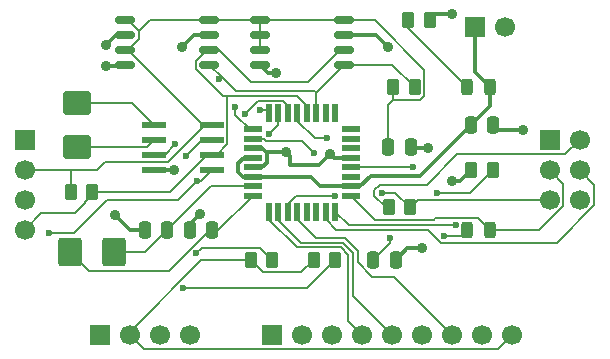
<source format=gtl>
%TF.GenerationSoftware,KiCad,Pcbnew,9.0.6-9.0.6~ubuntu24.04.1*%
%TF.CreationDate,2025-12-02T23:55:24-06:00*%
%TF.ProjectId,mcu_datalogger,6d63755f-6461-4746-916c-6f676765722e,v1*%
%TF.SameCoordinates,Original*%
%TF.FileFunction,Copper,L1,Top*%
%TF.FilePolarity,Positive*%
%FSLAX46Y46*%
G04 Gerber Fmt 4.6, Leading zero omitted, Abs format (unit mm)*
G04 Created by KiCad (PCBNEW 9.0.6-9.0.6~ubuntu24.04.1) date 2025-12-02 23:55:24*
%MOMM*%
%LPD*%
G01*
G04 APERTURE LIST*
G04 Aperture macros list*
%AMRoundRect*
0 Rectangle with rounded corners*
0 $1 Rounding radius*
0 $2 $3 $4 $5 $6 $7 $8 $9 X,Y pos of 4 corners*
0 Add a 4 corners polygon primitive as box body*
4,1,4,$2,$3,$4,$5,$6,$7,$8,$9,$2,$3,0*
0 Add four circle primitives for the rounded corners*
1,1,$1+$1,$2,$3*
1,1,$1+$1,$4,$5*
1,1,$1+$1,$6,$7*
1,1,$1+$1,$8,$9*
0 Add four rect primitives between the rounded corners*
20,1,$1+$1,$2,$3,$4,$5,0*
20,1,$1+$1,$4,$5,$6,$7,0*
20,1,$1+$1,$6,$7,$8,$9,0*
20,1,$1+$1,$8,$9,$2,$3,0*%
G04 Aperture macros list end*
%TA.AperFunction,SMDPad,CuDef*%
%ADD10RoundRect,0.250000X-0.750000X-0.950000X0.750000X-0.950000X0.750000X0.950000X-0.750000X0.950000X0*%
%TD*%
%TA.AperFunction,SMDPad,CuDef*%
%ADD11RoundRect,0.250000X-0.262500X-0.450000X0.262500X-0.450000X0.262500X0.450000X-0.262500X0.450000X0*%
%TD*%
%TA.AperFunction,ComponentPad*%
%ADD12R,1.700000X1.700000*%
%TD*%
%TA.AperFunction,ComponentPad*%
%ADD13C,1.700000*%
%TD*%
%TA.AperFunction,SMDPad,CuDef*%
%ADD14RoundRect,0.250000X-0.250000X-0.475000X0.250000X-0.475000X0.250000X0.475000X-0.250000X0.475000X0*%
%TD*%
%TA.AperFunction,SMDPad,CuDef*%
%ADD15RoundRect,0.250000X0.950000X-0.750000X0.950000X0.750000X-0.950000X0.750000X-0.950000X-0.750000X0*%
%TD*%
%TA.AperFunction,SMDPad,CuDef*%
%ADD16RoundRect,0.243750X-0.243750X-0.456250X0.243750X-0.456250X0.243750X0.456250X-0.243750X0.456250X0*%
%TD*%
%TA.AperFunction,SMDPad,CuDef*%
%ADD17RoundRect,0.162500X-0.650000X-0.162500X0.650000X-0.162500X0.650000X0.162500X-0.650000X0.162500X0*%
%TD*%
%TA.AperFunction,SMDPad,CuDef*%
%ADD18RoundRect,0.073750X-0.911250X-0.221250X0.911250X-0.221250X0.911250X0.221250X-0.911250X0.221250X0*%
%TD*%
%TA.AperFunction,SMDPad,CuDef*%
%ADD19RoundRect,0.068750X-0.666250X-0.206250X0.666250X-0.206250X0.666250X0.206250X-0.666250X0.206250X0*%
%TD*%
%TA.AperFunction,SMDPad,CuDef*%
%ADD20RoundRect,0.068750X-0.206250X-0.666250X0.206250X-0.666250X0.206250X0.666250X-0.206250X0.666250X0*%
%TD*%
%TA.AperFunction,ViaPad*%
%ADD21C,0.600000*%
%TD*%
%TA.AperFunction,ViaPad*%
%ADD22C,0.900000*%
%TD*%
%TA.AperFunction,Conductor*%
%ADD23C,0.350000*%
%TD*%
%TA.AperFunction,Conductor*%
%ADD24C,0.200000*%
%TD*%
G04 APERTURE END LIST*
D10*
%TO.P,Y1,1,1*%
%TO.N,Net-(U4-PB7)*%
X69270000Y-66040000D03*
%TO.P,Y1,2,2*%
%TO.N,Net-(U4-PB6)*%
X72970000Y-66040000D03*
%TD*%
D11*
%TO.P,R6,1*%
%TO.N,/Vcc*%
X84535000Y-66675000D03*
%TO.P,R6,2*%
%TO.N,Net-(U3-SQW{slash}~INT)*%
X86360000Y-66675000D03*
%TD*%
D12*
%TO.P,BT1,1,+*%
%TO.N,VCC*%
X103505000Y-46990000D03*
D13*
%TO.P,BT1,2,-*%
%TO.N,GND*%
X106045000Y-46990000D03*
%TD*%
D14*
%TO.P,C1,1*%
%TO.N,GND*%
X79375000Y-64135000D03*
%TO.P,C1,2*%
%TO.N,Net-(U4-PB7)*%
X81275000Y-64135000D03*
%TD*%
D12*
%TO.P,J4,1,Pin_1*%
%TO.N,/MISO*%
X109855000Y-56515000D03*
D13*
%TO.P,J4,2,Pin_2*%
%TO.N,/Vcc*%
X112395000Y-56515000D03*
%TO.P,J4,3,Pin_3*%
%TO.N,/SCK*%
X109855000Y-59055000D03*
%TO.P,J4,4,Pin_4*%
%TO.N,/MOSI*%
X112395000Y-59055000D03*
%TO.P,J4,5,Pin_5*%
%TO.N,/RESET*%
X109855000Y-61595000D03*
%TO.P,J4,6,Pin_6*%
%TO.N,GND*%
X112395000Y-61595000D03*
%TD*%
D12*
%TO.P,J3,1,Pin_1*%
%TO.N,/D2*%
X86360000Y-73025000D03*
D13*
%TO.P,J3,2,Pin_2*%
%TO.N,/D3*%
X88900000Y-73025000D03*
%TO.P,J3,3,Pin_3*%
%TO.N,/D4*%
X91440000Y-73025000D03*
%TO.P,J3,4,Pin_4*%
%TO.N,/D5*%
X93980000Y-73025000D03*
%TO.P,J3,5,Pin_5*%
%TO.N,/D6*%
X96520000Y-73025000D03*
%TO.P,J3,6,Pin_6*%
%TO.N,/D7*%
X99060000Y-73025000D03*
%TO.P,J3,7,Pin_7*%
%TO.N,/D8*%
X101600000Y-73025000D03*
%TO.P,J3,8,Pin_8*%
%TO.N,GND*%
X104140000Y-73025000D03*
%TO.P,J3,9,Pin_9*%
%TO.N,/Vcc*%
X106680000Y-73025000D03*
%TD*%
D14*
%TO.P,C3,1*%
%TO.N,/Vcc*%
X96205000Y-57150000D03*
%TO.P,C3,2*%
%TO.N,GND*%
X98105000Y-57150000D03*
%TD*%
D11*
%TO.P,R5,1*%
%TO.N,/Vcc*%
X69295000Y-60960000D03*
%TO.P,R5,2*%
%TO.N,/SCL*%
X71120000Y-60960000D03*
%TD*%
D15*
%TO.P,Y2,1,1*%
%TO.N,Net-(U3-X2)*%
X69850000Y-57095000D03*
%TO.P,Y2,2,2*%
%TO.N,Net-(U3-X1)*%
X69850000Y-53395000D03*
%TD*%
D11*
%TO.P,R2,1*%
%TO.N,GND*%
X103227500Y-59055000D03*
%TO.P,R2,2*%
%TO.N,Net-(D1-K)*%
X105052500Y-59055000D03*
%TD*%
D16*
%TO.P,D1,1,K*%
%TO.N,Net-(D1-K)*%
X102900000Y-64135000D03*
%TO.P,D1,2,A*%
%TO.N,/SCK*%
X104775000Y-64135000D03*
%TD*%
D17*
%TO.P,U2,1,A0*%
%TO.N,/Vcc*%
X73882500Y-46355000D03*
%TO.P,U2,2,A1*%
%TO.N,GND*%
X73882500Y-47625000D03*
%TO.P,U2,3,A2*%
%TO.N,/Vcc*%
X73882500Y-48895000D03*
%TO.P,U2,4,GND*%
%TO.N,GND*%
X73882500Y-50165000D03*
%TO.P,U2,5,SDA*%
%TO.N,/SDA*%
X81057500Y-50165000D03*
%TO.P,U2,6,SCL*%
%TO.N,/SCL*%
X81057500Y-48895000D03*
%TO.P,U2,7,WP*%
%TO.N,GND*%
X81057500Y-47625000D03*
%TO.P,U2,8,VCC*%
%TO.N,/Vcc*%
X81057500Y-46355000D03*
%TD*%
%TO.P,U1,1,A0*%
%TO.N,/Vcc*%
X85312500Y-46355000D03*
%TO.P,U1,2,A1*%
X85312500Y-47625000D03*
%TO.P,U1,3,A2*%
X85312500Y-48895000D03*
%TO.P,U1,4,GND*%
%TO.N,GND*%
X85312500Y-50165000D03*
%TO.P,U1,5,SDA*%
%TO.N,/SDA*%
X92487500Y-50165000D03*
%TO.P,U1,6,SCL*%
%TO.N,/SCL*%
X92487500Y-48895000D03*
%TO.P,U1,7,WP*%
%TO.N,GND*%
X92487500Y-47625000D03*
%TO.P,U1,8,VCC*%
%TO.N,/Vcc*%
X92487500Y-46355000D03*
%TD*%
D18*
%TO.P,U3,1,X1*%
%TO.N,Net-(U3-X1)*%
X76330000Y-55245000D03*
%TO.P,U3,2,X2*%
%TO.N,Net-(U3-X2)*%
X76330000Y-56515000D03*
%TO.P,U3,3,~{INTA}*%
%TO.N,Net-(U3-~{INTA})*%
X76330000Y-57785000D03*
%TO.P,U3,4,GND*%
%TO.N,GND*%
X76330000Y-59055000D03*
%TO.P,U3,5,SDA*%
%TO.N,/SDA*%
X81280000Y-59055000D03*
%TO.P,U3,6,SCL*%
%TO.N,/SCL*%
X81280000Y-57785000D03*
%TO.P,U3,7,SQW/~INT*%
%TO.N,Net-(U3-SQW{slash}~INT)*%
X81280000Y-56515000D03*
%TO.P,U3,8,VCC*%
%TO.N,/Vcc*%
X81280000Y-55245000D03*
%TD*%
D14*
%TO.P,C2,1*%
%TO.N,GND*%
X75565000Y-64135000D03*
%TO.P,C2,2*%
%TO.N,Net-(U4-PB6)*%
X77465000Y-64135000D03*
%TD*%
D16*
%TO.P,D2,1,K*%
%TO.N,Net-(D2-K)*%
X102900000Y-52070000D03*
%TO.P,D2,2,A*%
%TO.N,VCC*%
X104775000Y-52070000D03*
%TD*%
D11*
%TO.P,R4,1*%
%TO.N,/Vcc*%
X96600000Y-52070000D03*
%TO.P,R4,2*%
%TO.N,/SDA*%
X98425000Y-52070000D03*
%TD*%
%TO.P,R1,1*%
%TO.N,Net-(D2-K)*%
X97870000Y-46355000D03*
%TO.P,R1,2*%
%TO.N,GND*%
X99695000Y-46355000D03*
%TD*%
D12*
%TO.P,J2,1,Pin_1*%
%TO.N,GND*%
X71755000Y-73025000D03*
D13*
%TO.P,J2,2,Pin_2*%
%TO.N,/Vcc*%
X74295000Y-73025000D03*
%TO.P,J2,3,Pin_3*%
%TO.N,/RX*%
X76835000Y-73025000D03*
%TO.P,J2,4,Pin_4*%
%TO.N,/TX*%
X79375000Y-73025000D03*
%TD*%
D11*
%TO.P,R3,1*%
%TO.N,/Vcc*%
X96242500Y-62230000D03*
%TO.P,R3,2*%
%TO.N,/RESET*%
X98067500Y-62230000D03*
%TD*%
D19*
%TO.P,U4,1,PD3*%
%TO.N,/D3*%
X84730000Y-55620000D03*
%TO.P,U4,2,PD4*%
%TO.N,/D4*%
X84730000Y-56420000D03*
%TO.P,U4,3,GND*%
%TO.N,GND*%
X84730000Y-57220000D03*
%TO.P,U4,4,VCC*%
%TO.N,VCC*%
X84730000Y-58020000D03*
%TO.P,U4,5,GND*%
%TO.N,GND*%
X84730000Y-58820000D03*
%TO.P,U4,6,VCC*%
%TO.N,VCC*%
X84730000Y-59620000D03*
%TO.P,U4,7,PB6*%
%TO.N,Net-(U4-PB6)*%
X84730000Y-60420000D03*
%TO.P,U4,8,PB7*%
%TO.N,Net-(U4-PB7)*%
X84730000Y-61220000D03*
D20*
%TO.P,U4,9,PD5*%
%TO.N,/D5*%
X86100000Y-62590000D03*
%TO.P,U4,10,PD6*%
%TO.N,/D6*%
X86900000Y-62590000D03*
%TO.P,U4,11,PD7*%
%TO.N,/D7*%
X87700000Y-62590000D03*
%TO.P,U4,12,PB0*%
%TO.N,/D8*%
X88500000Y-62590000D03*
%TO.P,U4,13,PB1*%
%TO.N,unconnected-(U4-PB1-Pad13)*%
X89300000Y-62590000D03*
%TO.P,U4,14,PB2*%
%TO.N,unconnected-(U4-PB2-Pad14)*%
X90100000Y-62590000D03*
%TO.P,U4,15,PB3*%
%TO.N,/MOSI*%
X90900000Y-62590000D03*
%TO.P,U4,16,PB4*%
%TO.N,/MISO*%
X91700000Y-62590000D03*
D19*
%TO.P,U4,17,PB5*%
%TO.N,/SCK*%
X93070000Y-61220000D03*
%TO.P,U4,18,AVCC*%
%TO.N,VCC*%
X93070000Y-60420000D03*
%TO.P,U4,19,ADC6*%
%TO.N,unconnected-(U4-ADC6-Pad19)*%
X93070000Y-59620000D03*
%TO.P,U4,20,AREF*%
%TO.N,Net-(U4-AREF)*%
X93070000Y-58820000D03*
%TO.P,U4,21,GND*%
%TO.N,GND*%
X93070000Y-58020000D03*
%TO.P,U4,22,ADC7*%
%TO.N,unconnected-(U4-ADC7-Pad22)*%
X93070000Y-57220000D03*
%TO.P,U4,23,PC0*%
%TO.N,unconnected-(U4-PC0-Pad23)*%
X93070000Y-56420000D03*
%TO.P,U4,24,PC1*%
%TO.N,unconnected-(U4-PC1-Pad24)*%
X93070000Y-55620000D03*
D20*
%TO.P,U4,25,PC2*%
%TO.N,unconnected-(U4-PC2-Pad25)*%
X91700000Y-54250000D03*
%TO.P,U4,26,PC3*%
%TO.N,unconnected-(U4-PC3-Pad26)*%
X90900000Y-54250000D03*
%TO.P,U4,27,PC4*%
%TO.N,/SDA*%
X90100000Y-54250000D03*
%TO.P,U4,28,PC5*%
%TO.N,/SCL*%
X89300000Y-54250000D03*
%TO.P,U4,29,PC6/~{RESET}*%
%TO.N,/RESET*%
X88500000Y-54250000D03*
%TO.P,U4,30,PD0*%
%TO.N,/RX*%
X87700000Y-54250000D03*
%TO.P,U4,31,PD1*%
%TO.N,/TX*%
X86900000Y-54250000D03*
%TO.P,U4,32,PD2*%
%TO.N,/D2*%
X86100000Y-54250000D03*
%TD*%
D14*
%TO.P,C4,1*%
%TO.N,Net-(U4-AREF)*%
X94935000Y-66675000D03*
%TO.P,C4,2*%
%TO.N,GND*%
X96835000Y-66675000D03*
%TD*%
%TO.P,C5,1*%
%TO.N,VCC*%
X103190000Y-55245000D03*
%TO.P,C5,2*%
%TO.N,GND*%
X105090000Y-55245000D03*
%TD*%
D11*
%TO.P,R7,1*%
%TO.N,/Vcc*%
X89892500Y-66675000D03*
%TO.P,R7,2*%
%TO.N,Net-(U3-~{INTA})*%
X91717500Y-66675000D03*
%TD*%
D12*
%TO.P,J1,1,Pin_1*%
%TO.N,GND*%
X65405000Y-56515000D03*
D13*
%TO.P,J1,2,Pin_2*%
%TO.N,/Vcc*%
X65405000Y-59055000D03*
%TO.P,J1,3,Pin_3*%
%TO.N,/SDA*%
X65405000Y-61595000D03*
%TO.P,J1,4,Pin_4*%
%TO.N,/SCL*%
X65405000Y-64135000D03*
%TD*%
D21*
%TO.N,Net-(U3-~{INTA})*%
X78846400Y-69061200D03*
X78168900Y-56892200D03*
%TO.N,Net-(U3-SQW{slash}~INT)*%
X79934300Y-66115400D03*
X79110700Y-57863600D03*
%TO.N,/MISO*%
X101901400Y-63724000D03*
%TO.N,/RESET*%
X91052000Y-56364300D03*
X95660300Y-60969600D03*
%TO.N,/D4*%
X89871600Y-57579700D03*
%TO.N,/D3*%
X83251500Y-53703300D03*
%TO.N,/D2*%
X85320100Y-53984400D03*
%TO.N,/D7*%
X91668800Y-61268500D03*
%TO.N,/TX*%
X86131900Y-56028300D03*
%TO.N,/RX*%
X84078400Y-54325200D03*
%TO.N,/SDA*%
X81907700Y-51349600D03*
X79965700Y-60007000D03*
X67438700Y-64382200D03*
%TO.N,Net-(D1-K)*%
X100300100Y-60989200D03*
X100904400Y-64610900D03*
%TO.N,Net-(U4-AREF)*%
X96379400Y-64800100D03*
X98319200Y-58810800D03*
D22*
%TO.N,GND*%
X96142900Y-48619400D03*
X78761500Y-48619400D03*
X107643500Y-55700800D03*
X78044600Y-59025100D03*
X86698500Y-50830300D03*
X101571600Y-45828000D03*
X99039800Y-65700800D03*
X101601100Y-60007000D03*
X72294300Y-50266700D03*
X99547100Y-57160100D03*
X73024800Y-62853900D03*
X91289300Y-57697300D03*
X72294300Y-48506300D03*
X80260400Y-62783200D03*
X87564500Y-57551800D03*
%TD*%
D23*
%TO.N,GND*%
X90338000Y-58648600D02*
X87884000Y-58648600D01*
X91289300Y-57697300D02*
X90338000Y-58648600D01*
X87884000Y-58648600D02*
X87884000Y-57871300D01*
X87884000Y-57871300D02*
X87564500Y-57551800D01*
D24*
%TO.N,/SCL*%
X92121200Y-48895000D02*
X92487500Y-48895000D01*
X89383100Y-51633100D02*
X92121200Y-48895000D01*
X84582300Y-51633100D02*
X89383100Y-51633100D01*
X81844200Y-48895000D02*
X84582300Y-51633100D01*
X81057500Y-48895000D02*
X81844200Y-48895000D01*
X82163400Y-52807300D02*
X82567000Y-52807300D01*
X79896000Y-50539900D02*
X82163400Y-52807300D01*
X79896000Y-49843000D02*
X79896000Y-50539900D01*
X80844000Y-48895000D02*
X79896000Y-49843000D01*
X81057500Y-48895000D02*
X80844000Y-48895000D01*
X82567000Y-56891900D02*
X82567000Y-52807300D01*
X81673900Y-57785000D02*
X82567000Y-56891900D01*
X81280000Y-57785000D02*
X81673900Y-57785000D01*
X89300000Y-53601500D02*
X89300000Y-54250000D01*
X88505800Y-52807300D02*
X89300000Y-53601500D01*
X82567000Y-52807300D02*
X88505800Y-52807300D01*
X71120000Y-60960000D02*
X73157400Y-60960000D01*
X66832000Y-62708000D02*
X65405000Y-64135000D01*
X69635300Y-62708000D02*
X66832000Y-62708000D01*
X70503700Y-61839600D02*
X69635300Y-62708000D01*
X70503700Y-61762700D02*
X70503700Y-61839600D01*
X71306400Y-60960000D02*
X70503700Y-61762700D01*
X73157400Y-60960000D02*
X71306400Y-60960000D01*
X77711100Y-60960000D02*
X73157400Y-60960000D01*
X80886100Y-57785000D02*
X77711100Y-60960000D01*
X81280000Y-57785000D02*
X80886100Y-57785000D01*
%TO.N,Net-(U3-X2)*%
X75750000Y-57095000D02*
X76330000Y-56515000D01*
X69850000Y-57095000D02*
X75750000Y-57095000D01*
%TO.N,Net-(U3-X1)*%
X74480000Y-53395000D02*
X76330000Y-55245000D01*
X69850000Y-53395000D02*
X74480000Y-53395000D01*
%TO.N,Net-(U3-~{INTA})*%
X77276100Y-57785000D02*
X76330000Y-57785000D01*
X78168900Y-56892200D02*
X77276100Y-57785000D01*
X89331300Y-69061200D02*
X78846400Y-69061200D01*
X91717500Y-66675000D02*
X89331300Y-69061200D01*
%TO.N,Net-(U3-SQW{slash}~INT)*%
X80405900Y-65643800D02*
X79934300Y-66115400D01*
X85328800Y-65643800D02*
X80405900Y-65643800D01*
X86360000Y-66675000D02*
X85328800Y-65643800D01*
X80459300Y-56515000D02*
X81280000Y-56515000D01*
X79110700Y-57863600D02*
X80459300Y-56515000D01*
%TO.N,/MISO*%
X92834000Y-63724000D02*
X101901400Y-63724000D01*
X91700000Y-62590000D02*
X92834000Y-63724000D01*
%TO.N,/RESET*%
X98702500Y-61595000D02*
X98067500Y-62230000D01*
X109855000Y-61595000D02*
X98702500Y-61595000D01*
X89953500Y-56364300D02*
X91052000Y-56364300D01*
X88500000Y-54910800D02*
X89953500Y-56364300D01*
X88500000Y-54250000D02*
X88500000Y-54910800D01*
X96807100Y-60969600D02*
X95660300Y-60969600D01*
X98067500Y-62230000D02*
X96807100Y-60969600D01*
%TO.N,/MOSI*%
X113651100Y-60311100D02*
X112395000Y-59055000D01*
X113651100Y-62061100D02*
X113651100Y-60311100D01*
X110499600Y-65212600D02*
X113651100Y-62061100D01*
X100655300Y-65212600D02*
X110499600Y-65212600D01*
X99591300Y-64148600D02*
X100655300Y-65212600D01*
X91814200Y-64148600D02*
X99591300Y-64148600D01*
X90900000Y-63234400D02*
X91814200Y-64148600D01*
X90900000Y-62590000D02*
X90900000Y-63234400D01*
%TO.N,/D4*%
X88921900Y-56630000D02*
X89871600Y-57579700D01*
X85882800Y-56630000D02*
X88921900Y-56630000D01*
X85672800Y-56420000D02*
X85882800Y-56630000D01*
X84730000Y-56420000D02*
X85672800Y-56420000D01*
%TO.N,/D3*%
X83251500Y-54383100D02*
X83251500Y-53703300D01*
X84488400Y-55620000D02*
X83251500Y-54383100D01*
X84730000Y-55620000D02*
X84488400Y-55620000D01*
%TO.N,/D5*%
X86100000Y-63270100D02*
X86100000Y-62590000D01*
X88434000Y-65604100D02*
X86100000Y-63270100D01*
X92162400Y-65604100D02*
X88434000Y-65604100D01*
X92801700Y-66243400D02*
X92162400Y-65604100D01*
X92801700Y-71846700D02*
X92801700Y-66243400D01*
X93980000Y-73025000D02*
X92801700Y-71846700D01*
%TO.N,/D2*%
X85834400Y-53984400D02*
X85320100Y-53984400D01*
X86100000Y-54250000D02*
X85834400Y-53984400D01*
%TO.N,/D6*%
X86900000Y-63262300D02*
X86900000Y-62590000D01*
X88840100Y-65202400D02*
X86900000Y-63262300D01*
X92328700Y-65202400D02*
X88840100Y-65202400D01*
X93203400Y-66077100D02*
X92328700Y-65202400D01*
X93203400Y-69708400D02*
X93203400Y-66077100D01*
X96520000Y-73025000D02*
X93203400Y-69708400D01*
%TO.N,/D8*%
X88500000Y-63195700D02*
X88500000Y-62590000D01*
X90105000Y-64800700D02*
X88500000Y-63195700D01*
X92495000Y-64800700D02*
X90105000Y-64800700D01*
X93605100Y-65910800D02*
X92495000Y-64800700D01*
X93605100Y-66857100D02*
X93605100Y-65910800D01*
X94831900Y-68083900D02*
X93605100Y-66857100D01*
X96658900Y-68083900D02*
X94831900Y-68083900D01*
X101600000Y-73025000D02*
X96658900Y-68083900D01*
%TO.N,/D7*%
X87700000Y-61917300D02*
X87700000Y-62590000D01*
X88348800Y-61268500D02*
X87700000Y-61917300D01*
X91668800Y-61268500D02*
X88348800Y-61268500D01*
%TO.N,/TX*%
X86900000Y-55260200D02*
X86900000Y-54250000D01*
X86131900Y-56028300D02*
X86900000Y-55260200D01*
%TO.N,/RX*%
X85194600Y-53209000D02*
X84078400Y-54325200D01*
X87255700Y-53209000D02*
X85194600Y-53209000D01*
X87700000Y-53653300D02*
X87255700Y-53209000D01*
X87700000Y-54250000D02*
X87700000Y-53653300D01*
%TO.N,/SDA*%
X96520000Y-50165000D02*
X92487500Y-50165000D01*
X98425000Y-52070000D02*
X96520000Y-50165000D01*
X90100000Y-54250000D02*
X90100000Y-52552500D01*
X90100000Y-52552500D02*
X92487500Y-50165000D01*
X81972000Y-51285300D02*
X81907700Y-51349600D01*
X82177800Y-51285300D02*
X81972000Y-51285300D01*
X83298100Y-52405600D02*
X82177800Y-51285300D01*
X89953100Y-52405600D02*
X83298100Y-52405600D01*
X90100000Y-52552500D02*
X89953100Y-52405600D01*
X82177800Y-51285300D02*
X81057500Y-50165000D01*
X80328000Y-60007000D02*
X81280000Y-59055000D01*
X79965700Y-60007000D02*
X80328000Y-60007000D01*
X78407300Y-61565400D02*
X79965700Y-60007000D01*
X72415200Y-61565400D02*
X78407300Y-61565400D01*
X69598400Y-64382200D02*
X72415200Y-61565400D01*
X67438700Y-64382200D02*
X69598400Y-64382200D01*
%TO.N,Net-(D2-K)*%
X97870000Y-47040000D02*
X97870000Y-46355000D01*
X102900000Y-52070000D02*
X97870000Y-47040000D01*
%TO.N,/SCK*%
X111014600Y-60214600D02*
X109855000Y-59055000D01*
X111014600Y-62075300D02*
X111014600Y-60214600D01*
X108954900Y-64135000D02*
X111014600Y-62075300D01*
X104775000Y-64135000D02*
X108954900Y-64135000D01*
X95105500Y-63255500D02*
X93070000Y-61220000D01*
X100059300Y-63255500D02*
X95105500Y-63255500D01*
X100192500Y-63122300D02*
X100059300Y-63255500D01*
X103762300Y-63122300D02*
X100192500Y-63122300D01*
X104775000Y-64135000D02*
X103762300Y-63122300D01*
%TO.N,Net-(D1-K)*%
X102424100Y-64610900D02*
X102900000Y-64135000D01*
X100904400Y-64610900D02*
X102424100Y-64610900D01*
X103118300Y-60989200D02*
X100300100Y-60989200D01*
X105052500Y-59055000D02*
X103118300Y-60989200D01*
%TO.N,Net-(U4-AREF)*%
X96379400Y-65230600D02*
X96379400Y-64800100D01*
X94935000Y-66675000D02*
X96379400Y-65230600D01*
X93079200Y-58810800D02*
X93070000Y-58820000D01*
X98319200Y-58810800D02*
X93079200Y-58810800D01*
%TO.N,/Vcc*%
X85312500Y-48895000D02*
X85312500Y-47625000D01*
X85312500Y-47625000D02*
X85312500Y-46355000D01*
X85312500Y-46355000D02*
X92487500Y-46355000D01*
X69295000Y-59055000D02*
X69295000Y-60960000D01*
X69295000Y-59055000D02*
X65405000Y-59055000D01*
X74295000Y-72761800D02*
X74295000Y-73025000D01*
X80381800Y-66675000D02*
X74295000Y-72761800D01*
X84535000Y-66675000D02*
X80381800Y-66675000D01*
X85583200Y-67723200D02*
X84535000Y-66675000D01*
X88844300Y-67723200D02*
X85583200Y-67723200D01*
X89892500Y-66675000D02*
X88844300Y-67723200D01*
X73882500Y-48895000D02*
X74157500Y-48895000D01*
X71533200Y-59055000D02*
X69295000Y-59055000D01*
X72192100Y-58396100D02*
X71533200Y-59055000D01*
X77537900Y-58396100D02*
X72192100Y-58396100D01*
X80598300Y-55335700D02*
X77537900Y-58396100D01*
X85312500Y-46355000D02*
X81057500Y-46355000D01*
X75987300Y-46355000D02*
X75093800Y-47248500D01*
X81057500Y-46355000D02*
X75987300Y-46355000D01*
X75093800Y-47958700D02*
X75093800Y-47248500D01*
X74157500Y-48895000D02*
X75093800Y-47958700D01*
X74200300Y-46355000D02*
X73882500Y-46355000D01*
X75093800Y-47248500D02*
X74200300Y-46355000D01*
X96600000Y-53122400D02*
X96600000Y-52070000D01*
X96205000Y-53517400D02*
X96600000Y-53122400D01*
X96205000Y-57150000D02*
X96205000Y-53517400D01*
X95037200Y-46355000D02*
X92487500Y-46355000D01*
X99250600Y-50568400D02*
X95037200Y-46355000D01*
X99250600Y-52769700D02*
X99250600Y-50568400D01*
X98897900Y-53122400D02*
X99250600Y-52769700D01*
X96600000Y-53122400D02*
X98897900Y-53122400D01*
X80598300Y-55335700D02*
X74157500Y-48895000D01*
X80689000Y-55245000D02*
X80598300Y-55335700D01*
X81280000Y-55245000D02*
X80689000Y-55245000D01*
X75506100Y-74236100D02*
X74295000Y-73025000D01*
X105468900Y-74236100D02*
X75506100Y-74236100D01*
X106680000Y-73025000D02*
X105468900Y-74236100D01*
X95966600Y-62230000D02*
X96242500Y-62230000D01*
X95031300Y-61294700D02*
X95966600Y-62230000D01*
X95031300Y-60745200D02*
X95031300Y-61294700D01*
X95482700Y-60293800D02*
X95031300Y-60745200D01*
X99449300Y-60293800D02*
X95482700Y-60293800D01*
X102036000Y-57707100D02*
X99449300Y-60293800D01*
X111202900Y-57707100D02*
X102036000Y-57707100D01*
X112395000Y-56515000D02*
X111202900Y-57707100D01*
%TO.N,Net-(U4-PB6)*%
X75560000Y-66040000D02*
X77465000Y-64135000D01*
X72970000Y-66040000D02*
X75560000Y-66040000D01*
X81180000Y-60420000D02*
X77465000Y-64135000D01*
X84730000Y-60420000D02*
X81180000Y-60420000D01*
%TO.N,Net-(U4-PB7)*%
X81815000Y-64135000D02*
X81275000Y-64135000D01*
X84730000Y-61220000D02*
X81815000Y-64135000D01*
X70831700Y-67601700D02*
X69270000Y-66040000D01*
X77597200Y-67601700D02*
X70831700Y-67601700D01*
X81063900Y-64135000D02*
X77597200Y-67601700D01*
X81275000Y-64135000D02*
X81063900Y-64135000D01*
D23*
%TO.N,VCC*%
X103505000Y-50800000D02*
X104775000Y-52070000D01*
X103505000Y-46990000D02*
X103505000Y-50800000D01*
X104775000Y-53660000D02*
X103190000Y-55245000D01*
X104775000Y-52070000D02*
X104775000Y-53660000D01*
X98897500Y-59537500D02*
X103190000Y-55245000D01*
X94725900Y-59537500D02*
X98897500Y-59537500D01*
X93843400Y-60420000D02*
X94725900Y-59537500D01*
X93070000Y-60420000D02*
X93843400Y-60420000D01*
X83898600Y-59620000D02*
X84730000Y-59620000D01*
X83514900Y-59236300D02*
X83898600Y-59620000D01*
X83514900Y-58446500D02*
X83514900Y-59236300D01*
X83941400Y-58020000D02*
X83514900Y-58446500D01*
X84730000Y-58020000D02*
X83941400Y-58020000D01*
X90428100Y-60420000D02*
X93070000Y-60420000D01*
X89628100Y-59620000D02*
X90428100Y-60420000D01*
X84730000Y-59620000D02*
X89628100Y-59620000D01*
%TO.N,GND*%
X79755900Y-47625000D02*
X81057500Y-47625000D01*
X78761500Y-48619400D02*
X79755900Y-47625000D01*
X105545800Y-55700800D02*
X105090000Y-55245000D01*
X107643500Y-55700800D02*
X105545800Y-55700800D01*
X100222000Y-45828000D02*
X99695000Y-46355000D01*
X101571600Y-45828000D02*
X100222000Y-45828000D01*
X97809200Y-65700800D02*
X96835000Y-66675000D01*
X99039800Y-65700800D02*
X97809200Y-65700800D01*
X102275500Y-60007000D02*
X103227500Y-59055000D01*
X101601100Y-60007000D02*
X102275500Y-60007000D01*
X73780800Y-50266700D02*
X73882500Y-50165000D01*
X72294300Y-50266700D02*
X73780800Y-50266700D01*
X76359900Y-59025100D02*
X76330000Y-59055000D01*
X78044600Y-59025100D02*
X76359900Y-59025100D01*
X98115100Y-57160100D02*
X98105000Y-57150000D01*
X99547100Y-57160100D02*
X98115100Y-57160100D01*
X74305900Y-64135000D02*
X75565000Y-64135000D01*
X73024800Y-62853900D02*
X74305900Y-64135000D01*
X91612000Y-58020000D02*
X93070000Y-58020000D01*
X91289300Y-57697300D02*
X91612000Y-58020000D01*
X73175600Y-47625000D02*
X73882500Y-47625000D01*
X72294300Y-48506300D02*
X73175600Y-47625000D01*
X79375000Y-63668600D02*
X79375000Y-64135000D01*
X80260400Y-62783200D02*
X79375000Y-63668600D01*
X85977800Y-50830300D02*
X85312500Y-50165000D01*
X86698500Y-50830300D02*
X85977800Y-50830300D01*
X95148500Y-47625000D02*
X96142900Y-48619400D01*
X92487500Y-47625000D02*
X95148500Y-47625000D01*
X85953900Y-57551800D02*
X85907000Y-57598700D01*
X87564500Y-57551800D02*
X85953900Y-57551800D01*
X85907000Y-58452200D02*
X85907000Y-57598700D01*
X85539200Y-58820000D02*
X85907000Y-58452200D01*
X84730000Y-58820000D02*
X85539200Y-58820000D01*
X85528300Y-57220000D02*
X84730000Y-57220000D01*
X85907000Y-57598700D02*
X85528300Y-57220000D01*
%TD*%
M02*

</source>
